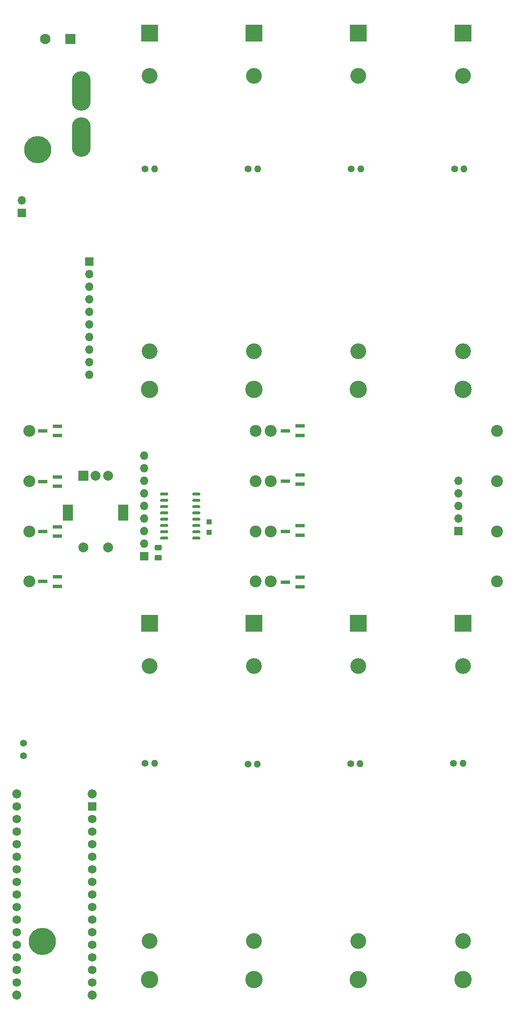
<source format=gbr>
%TF.GenerationSoftware,KiCad,Pcbnew,5.1.8*%
%TF.CreationDate,2020-12-26T20:56:00+01:00*%
%TF.ProjectId,charger2,63686172-6765-4723-922e-6b696361645f,rev?*%
%TF.SameCoordinates,Original*%
%TF.FileFunction,Soldermask,Bot*%
%TF.FilePolarity,Negative*%
%FSLAX46Y46*%
G04 Gerber Fmt 4.6, Leading zero omitted, Abs format (unit mm)*
G04 Created by KiCad (PCBNEW 5.1.8) date 2020-12-26 20:56:00*
%MOMM*%
%LPD*%
G01*
G04 APERTURE LIST*
%ADD10O,1.400000X1.400000*%
%ADD11C,1.400000*%
%ADD12C,3.500000*%
%ADD13R,3.500000X3.500000*%
%ADD14C,3.200000*%
%ADD15O,2.400000X2.400000*%
%ADD16C,2.400000*%
%ADD17R,1.700000X1.700000*%
%ADD18O,1.700000X1.700000*%
%ADD19C,1.727200*%
%ADD20R,1.727200X1.727200*%
%ADD21C,1.850000*%
%ADD22O,3.800000X8.000000*%
%ADD23R,1.000000X1.000000*%
%ADD24C,5.500000*%
%ADD25R,2.000000X2.000000*%
%ADD26C,2.000000*%
%ADD27R,2.000000X3.200000*%
%ADD28R,1.900000X0.800000*%
%ADD29R,2.100000X2.100000*%
%ADD30C,2.100000*%
G04 APERTURE END LIST*
D10*
X79500000Y-26700000D03*
D11*
X77600000Y-26700000D03*
D12*
X79300000Y-71200000D03*
D13*
X79300000Y800000D03*
D14*
X79300000Y-7845000D03*
X79300000Y-63455000D03*
D15*
X-8320000Y-79600000D03*
D16*
X37400000Y-79600000D03*
D15*
X40480000Y-110000000D03*
D16*
X86200000Y-110000000D03*
D12*
X58200000Y-190400000D03*
D13*
X58200000Y-118400000D03*
D14*
X58200000Y-127045000D03*
X58200000Y-182655000D03*
X37100000Y-63455000D03*
X37100000Y-7845000D03*
D13*
X37100000Y800000D03*
D12*
X37100000Y-71200000D03*
D14*
X16000000Y-63455000D03*
X16000000Y-7845000D03*
D13*
X16000000Y800000D03*
D12*
X16000000Y-71200000D03*
D17*
X-9860000Y-35542000D03*
D18*
X-9860000Y-33002000D03*
D10*
X58533332Y-146800000D03*
D11*
X56633332Y-146800000D03*
D10*
X79300000Y-146700000D03*
D11*
X77400000Y-146700000D03*
D10*
X37766666Y-146900000D03*
D11*
X35866666Y-146900000D03*
D10*
X17000000Y-146700000D03*
D11*
X15100000Y-146700000D03*
D10*
X58666666Y-26700000D03*
D11*
X56766666Y-26700000D03*
D10*
X37833333Y-26700000D03*
D11*
X35933333Y-26700000D03*
D10*
X17000000Y-26700000D03*
D11*
X15100000Y-26700000D03*
D15*
X40480000Y-99866666D03*
D16*
X86200000Y-99866666D03*
D15*
X-8320000Y-110000000D03*
D16*
X37400000Y-110000000D03*
D15*
X-8320000Y-99866666D03*
D16*
X37400000Y-99866666D03*
D15*
X40480000Y-89733333D03*
D16*
X86200000Y-89733333D03*
D15*
X40480000Y-79600000D03*
D16*
X86200000Y-79600000D03*
D15*
X-8320000Y-89733333D03*
D16*
X37400000Y-89733333D03*
D12*
X16000000Y-190400000D03*
D13*
X16000000Y-118400000D03*
D14*
X16000000Y-127045000D03*
X16000000Y-182655000D03*
D12*
X37100000Y-190400000D03*
D13*
X37100000Y-118400000D03*
D14*
X37100000Y-127045000D03*
X37100000Y-182655000D03*
D12*
X79300000Y-190400000D03*
D13*
X79300000Y-118400000D03*
D14*
X79300000Y-127045000D03*
X79300000Y-182655000D03*
X58200000Y-63455000D03*
X58200000Y-7845000D03*
D13*
X58200000Y800000D03*
D12*
X58200000Y-71200000D03*
G36*
G01*
X24650000Y-101395000D02*
X24650000Y-101095000D01*
G75*
G02*
X24800000Y-100945000I150000J0D01*
G01*
X26100000Y-100945000D01*
G75*
G02*
X26250000Y-101095000I0J-150000D01*
G01*
X26250000Y-101395000D01*
G75*
G02*
X26100000Y-101545000I-150000J0D01*
G01*
X24800000Y-101545000D01*
G75*
G02*
X24650000Y-101395000I0J150000D01*
G01*
G37*
G36*
G01*
X24650000Y-100125000D02*
X24650000Y-99825000D01*
G75*
G02*
X24800000Y-99675000I150000J0D01*
G01*
X26100000Y-99675000D01*
G75*
G02*
X26250000Y-99825000I0J-150000D01*
G01*
X26250000Y-100125000D01*
G75*
G02*
X26100000Y-100275000I-150000J0D01*
G01*
X24800000Y-100275000D01*
G75*
G02*
X24650000Y-100125000I0J150000D01*
G01*
G37*
G36*
G01*
X24650000Y-98855000D02*
X24650000Y-98555000D01*
G75*
G02*
X24800000Y-98405000I150000J0D01*
G01*
X26100000Y-98405000D01*
G75*
G02*
X26250000Y-98555000I0J-150000D01*
G01*
X26250000Y-98855000D01*
G75*
G02*
X26100000Y-99005000I-150000J0D01*
G01*
X24800000Y-99005000D01*
G75*
G02*
X24650000Y-98855000I0J150000D01*
G01*
G37*
G36*
G01*
X24650000Y-97585000D02*
X24650000Y-97285000D01*
G75*
G02*
X24800000Y-97135000I150000J0D01*
G01*
X26100000Y-97135000D01*
G75*
G02*
X26250000Y-97285000I0J-150000D01*
G01*
X26250000Y-97585000D01*
G75*
G02*
X26100000Y-97735000I-150000J0D01*
G01*
X24800000Y-97735000D01*
G75*
G02*
X24650000Y-97585000I0J150000D01*
G01*
G37*
G36*
G01*
X24650000Y-96315000D02*
X24650000Y-96015000D01*
G75*
G02*
X24800000Y-95865000I150000J0D01*
G01*
X26100000Y-95865000D01*
G75*
G02*
X26250000Y-96015000I0J-150000D01*
G01*
X26250000Y-96315000D01*
G75*
G02*
X26100000Y-96465000I-150000J0D01*
G01*
X24800000Y-96465000D01*
G75*
G02*
X24650000Y-96315000I0J150000D01*
G01*
G37*
G36*
G01*
X24650000Y-95045000D02*
X24650000Y-94745000D01*
G75*
G02*
X24800000Y-94595000I150000J0D01*
G01*
X26100000Y-94595000D01*
G75*
G02*
X26250000Y-94745000I0J-150000D01*
G01*
X26250000Y-95045000D01*
G75*
G02*
X26100000Y-95195000I-150000J0D01*
G01*
X24800000Y-95195000D01*
G75*
G02*
X24650000Y-95045000I0J150000D01*
G01*
G37*
G36*
G01*
X24650000Y-93775000D02*
X24650000Y-93475000D01*
G75*
G02*
X24800000Y-93325000I150000J0D01*
G01*
X26100000Y-93325000D01*
G75*
G02*
X26250000Y-93475000I0J-150000D01*
G01*
X26250000Y-93775000D01*
G75*
G02*
X26100000Y-93925000I-150000J0D01*
G01*
X24800000Y-93925000D01*
G75*
G02*
X24650000Y-93775000I0J150000D01*
G01*
G37*
G36*
G01*
X24650000Y-92505000D02*
X24650000Y-92205000D01*
G75*
G02*
X24800000Y-92055000I150000J0D01*
G01*
X26100000Y-92055000D01*
G75*
G02*
X26250000Y-92205000I0J-150000D01*
G01*
X26250000Y-92505000D01*
G75*
G02*
X26100000Y-92655000I-150000J0D01*
G01*
X24800000Y-92655000D01*
G75*
G02*
X24650000Y-92505000I0J150000D01*
G01*
G37*
G36*
G01*
X18150000Y-92505000D02*
X18150000Y-92205000D01*
G75*
G02*
X18300000Y-92055000I150000J0D01*
G01*
X19600000Y-92055000D01*
G75*
G02*
X19750000Y-92205000I0J-150000D01*
G01*
X19750000Y-92505000D01*
G75*
G02*
X19600000Y-92655000I-150000J0D01*
G01*
X18300000Y-92655000D01*
G75*
G02*
X18150000Y-92505000I0J150000D01*
G01*
G37*
G36*
G01*
X18150000Y-93775000D02*
X18150000Y-93475000D01*
G75*
G02*
X18300000Y-93325000I150000J0D01*
G01*
X19600000Y-93325000D01*
G75*
G02*
X19750000Y-93475000I0J-150000D01*
G01*
X19750000Y-93775000D01*
G75*
G02*
X19600000Y-93925000I-150000J0D01*
G01*
X18300000Y-93925000D01*
G75*
G02*
X18150000Y-93775000I0J150000D01*
G01*
G37*
G36*
G01*
X18150000Y-95045000D02*
X18150000Y-94745000D01*
G75*
G02*
X18300000Y-94595000I150000J0D01*
G01*
X19600000Y-94595000D01*
G75*
G02*
X19750000Y-94745000I0J-150000D01*
G01*
X19750000Y-95045000D01*
G75*
G02*
X19600000Y-95195000I-150000J0D01*
G01*
X18300000Y-95195000D01*
G75*
G02*
X18150000Y-95045000I0J150000D01*
G01*
G37*
G36*
G01*
X18150000Y-96315000D02*
X18150000Y-96015000D01*
G75*
G02*
X18300000Y-95865000I150000J0D01*
G01*
X19600000Y-95865000D01*
G75*
G02*
X19750000Y-96015000I0J-150000D01*
G01*
X19750000Y-96315000D01*
G75*
G02*
X19600000Y-96465000I-150000J0D01*
G01*
X18300000Y-96465000D01*
G75*
G02*
X18150000Y-96315000I0J150000D01*
G01*
G37*
G36*
G01*
X18150000Y-97585000D02*
X18150000Y-97285000D01*
G75*
G02*
X18300000Y-97135000I150000J0D01*
G01*
X19600000Y-97135000D01*
G75*
G02*
X19750000Y-97285000I0J-150000D01*
G01*
X19750000Y-97585000D01*
G75*
G02*
X19600000Y-97735000I-150000J0D01*
G01*
X18300000Y-97735000D01*
G75*
G02*
X18150000Y-97585000I0J150000D01*
G01*
G37*
G36*
G01*
X18150000Y-98855000D02*
X18150000Y-98555000D01*
G75*
G02*
X18300000Y-98405000I150000J0D01*
G01*
X19600000Y-98405000D01*
G75*
G02*
X19750000Y-98555000I0J-150000D01*
G01*
X19750000Y-98855000D01*
G75*
G02*
X19600000Y-99005000I-150000J0D01*
G01*
X18300000Y-99005000D01*
G75*
G02*
X18150000Y-98855000I0J150000D01*
G01*
G37*
G36*
G01*
X18150000Y-100125000D02*
X18150000Y-99825000D01*
G75*
G02*
X18300000Y-99675000I150000J0D01*
G01*
X19600000Y-99675000D01*
G75*
G02*
X19750000Y-99825000I0J-150000D01*
G01*
X19750000Y-100125000D01*
G75*
G02*
X19600000Y-100275000I-150000J0D01*
G01*
X18300000Y-100275000D01*
G75*
G02*
X18150000Y-100125000I0J150000D01*
G01*
G37*
G36*
G01*
X18150000Y-101395000D02*
X18150000Y-101095000D01*
G75*
G02*
X18300000Y-100945000I150000J0D01*
G01*
X19600000Y-100945000D01*
G75*
G02*
X19750000Y-101095000I0J-150000D01*
G01*
X19750000Y-101395000D01*
G75*
G02*
X19600000Y-101545000I-150000J0D01*
G01*
X18300000Y-101545000D01*
G75*
G02*
X18150000Y-101395000I0J150000D01*
G01*
G37*
D19*
X-10820000Y-155430000D03*
X-10820000Y-157970000D03*
X-10820000Y-160510000D03*
X-10820000Y-163050000D03*
X-10820000Y-165590000D03*
X-10820000Y-168130000D03*
X-10820000Y-170670000D03*
X-10820000Y-173210000D03*
X-10820000Y-175750000D03*
X-10820000Y-178290000D03*
X-10820000Y-180830000D03*
X-10820000Y-183370000D03*
X-10820000Y-185910000D03*
X-10820000Y-188450000D03*
X-10820000Y-190990000D03*
X4420000Y-190990000D03*
X4420000Y-188450000D03*
X4420000Y-185910000D03*
X4420000Y-183370000D03*
X4420000Y-180830000D03*
X4420000Y-178290000D03*
X4420000Y-175750000D03*
X4420000Y-173210000D03*
X4420000Y-170670000D03*
X4420000Y-168130000D03*
X4420000Y-165590000D03*
X4420000Y-163050000D03*
X4420000Y-160510000D03*
X4420000Y-157970000D03*
D20*
X4420000Y-155430000D03*
D21*
X4420000Y-152890000D03*
X-10820000Y-152890000D03*
X4420000Y-193530000D03*
X-10820000Y-193530000D03*
D18*
X14902000Y-92196000D03*
X14902000Y-97276000D03*
X14902000Y-99816000D03*
D17*
X14902000Y-104896000D03*
D18*
X14902000Y-89656000D03*
X14902000Y-87116000D03*
X14902000Y-102356000D03*
X14902000Y-94736000D03*
X14902000Y-84576000D03*
X78420000Y-92160000D03*
X78420000Y-97240000D03*
X78420000Y-89620000D03*
D17*
X78420000Y-99780000D03*
D18*
X78420000Y-94700000D03*
X3800000Y-68260000D03*
X3800000Y-65720000D03*
X3800000Y-63180000D03*
X3800000Y-60640000D03*
X3800000Y-58100000D03*
X3800000Y-55560000D03*
X3800000Y-53020000D03*
X3800000Y-50480000D03*
X3800000Y-47940000D03*
D17*
X3800000Y-45400000D03*
G36*
G01*
X18190001Y-103720000D02*
X17289999Y-103720000D01*
G75*
G02*
X17040000Y-103470001I0J249999D01*
G01*
X17040000Y-102819999D01*
G75*
G02*
X17289999Y-102570000I249999J0D01*
G01*
X18190001Y-102570000D01*
G75*
G02*
X18440000Y-102819999I0J-249999D01*
G01*
X18440000Y-103470001D01*
G75*
G02*
X18190001Y-103720000I-249999J0D01*
G01*
G37*
G36*
G01*
X18190001Y-105770000D02*
X17289999Y-105770000D01*
G75*
G02*
X17040000Y-105520001I0J249999D01*
G01*
X17040000Y-104869999D01*
G75*
G02*
X17289999Y-104620000I249999J0D01*
G01*
X18190001Y-104620000D01*
G75*
G02*
X18440000Y-104869999I0J-249999D01*
G01*
X18440000Y-105520001D01*
G75*
G02*
X18190001Y-105770000I-249999J0D01*
G01*
G37*
D22*
X2200000Y-20200000D03*
X2200000Y-10900000D03*
D23*
X28060000Y-100030000D03*
X28060000Y-97940000D03*
D24*
X-5680000Y-182660000D03*
X-6600000Y-22790000D03*
D25*
X2600000Y-88600000D03*
D26*
X5100000Y-88600000D03*
X7600000Y-88600000D03*
D27*
X-500000Y-96100000D03*
X10700000Y-96100000D03*
D26*
X2600000Y-103100000D03*
X7600000Y-103100000D03*
D28*
X-2600000Y-98950000D03*
X-2600000Y-100850000D03*
X-5600000Y-99900000D03*
X-2600000Y-109050000D03*
X-2600000Y-110950000D03*
X-5600000Y-110000000D03*
X46400000Y-98750000D03*
X46400000Y-100650000D03*
X43400000Y-99916666D03*
X46400000Y-109150000D03*
X46400000Y-111050000D03*
X43400000Y-110100000D03*
X-5600000Y-89800000D03*
X-2600000Y-90750000D03*
X-2600000Y-88850000D03*
X-5600000Y-79600000D03*
X-2600000Y-80550000D03*
X-2600000Y-78650000D03*
X43400000Y-89733333D03*
X46400000Y-90350000D03*
X46400000Y-88450000D03*
X43400000Y-79550000D03*
X46400000Y-80500000D03*
X46400000Y-78600000D03*
D29*
X0Y-400000D03*
D30*
X-5080000Y-400000D03*
D11*
X-9470000Y-145190000D03*
X-9470000Y-142650000D03*
M02*

</source>
